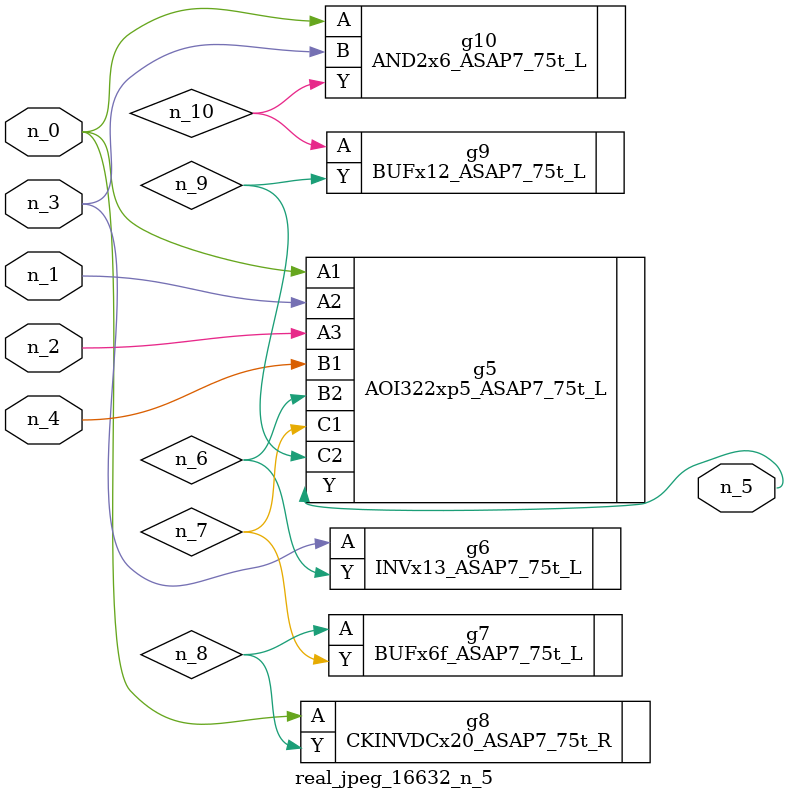
<source format=v>
module real_jpeg_16632_n_5 (n_4, n_0, n_1, n_2, n_3, n_5);

input n_4;
input n_0;
input n_1;
input n_2;
input n_3;

output n_5;

wire n_8;
wire n_6;
wire n_7;
wire n_10;
wire n_9;

AOI322xp5_ASAP7_75t_L g5 ( 
.A1(n_0),
.A2(n_1),
.A3(n_2),
.B1(n_4),
.B2(n_6),
.C1(n_7),
.C2(n_9),
.Y(n_5)
);

CKINVDCx20_ASAP7_75t_R g8 ( 
.A(n_0),
.Y(n_8)
);

AND2x6_ASAP7_75t_L g10 ( 
.A(n_0),
.B(n_3),
.Y(n_10)
);

INVx13_ASAP7_75t_L g6 ( 
.A(n_3),
.Y(n_6)
);

BUFx6f_ASAP7_75t_L g7 ( 
.A(n_8),
.Y(n_7)
);

BUFx12_ASAP7_75t_L g9 ( 
.A(n_10),
.Y(n_9)
);


endmodule
</source>
